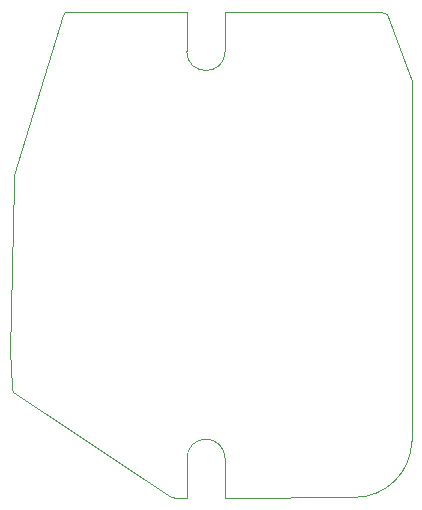
<source format=gm1>
G04 #@! TF.GenerationSoftware,KiCad,Pcbnew,(5.1.5-0-10_14)*
G04 #@! TF.CreationDate,2020-11-03T15:19:22-05:00*
G04 #@! TF.ProjectId,FC_Rear_Port_2P,46435f52-6561-4725-9f50-6f72745f3250,rev?*
G04 #@! TF.SameCoordinates,Original*
G04 #@! TF.FileFunction,Profile,NP*
%FSLAX46Y46*%
G04 Gerber Fmt 4.6, Leading zero omitted, Abs format (unit mm)*
G04 Created by KiCad (PCBNEW (5.1.5-0-10_14)) date 2020-11-03 15:19:22*
%MOMM*%
%LPD*%
G04 APERTURE LIST*
%ADD10C,0.050000*%
G04 APERTURE END LIST*
D10*
X170760000Y-72770000D02*
X172150000Y-72790000D01*
X172150000Y-72790000D02*
X172720000Y-72900000D01*
X154890000Y-113870000D02*
X154420000Y-113830000D01*
X141130000Y-86550000D02*
X141090000Y-87280000D01*
X158979799Y-76080000D02*
G75*
G02X155720000Y-76090000I-1629915J0D01*
G01*
X155710000Y-72770000D02*
X145420000Y-72770000D01*
X158980000Y-72770000D02*
X158979799Y-76080000D01*
X155710000Y-72770000D02*
X155720000Y-76090000D01*
X158980000Y-72770000D02*
X170760000Y-72770000D01*
X174760000Y-78630000D02*
X172720000Y-72900000D01*
X174779844Y-109059999D02*
G75*
G02X169940000Y-113850000I-4829844J39999D01*
G01*
X174760000Y-78630000D02*
X174779845Y-109059999D01*
X140930000Y-104680000D02*
X141000000Y-104930000D01*
X140820000Y-102730000D02*
X140930000Y-104680000D01*
X158980000Y-113870000D02*
X169940000Y-113850000D01*
X155740130Y-110548585D02*
G75*
G02X158960000Y-110540000I1609870J28585D01*
G01*
X158980000Y-113870000D02*
X158960000Y-110540000D01*
X155710000Y-113870000D02*
X155740130Y-110548585D01*
X154890000Y-113870000D02*
X155710000Y-113870000D01*
X141000000Y-104930000D02*
X154420000Y-113830000D01*
X140790000Y-101590000D02*
X140820000Y-102730000D01*
X141090000Y-87280000D02*
X140790000Y-101590000D01*
X145240000Y-73020000D02*
X141130000Y-86550000D01*
X145420000Y-72770000D02*
X145240000Y-73020000D01*
M02*

</source>
